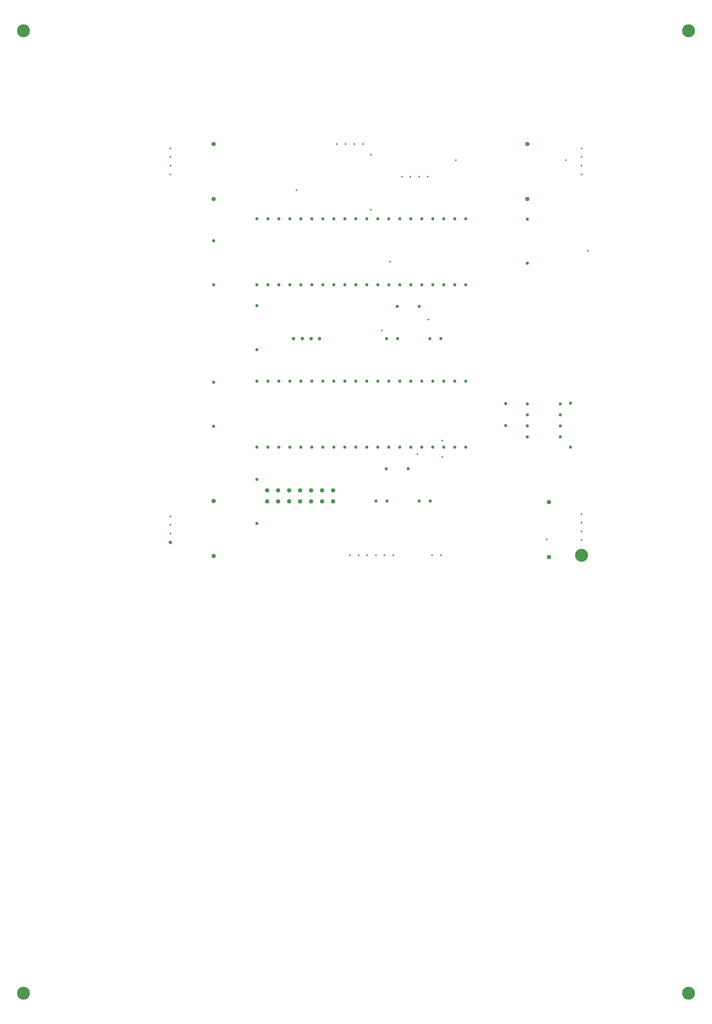
<source format=gbr>
G04 PROTEUS GERBER X2 FILE*
%TF.GenerationSoftware,Labcenter,Proteus,8.6-SP2-Build23525*%
%TF.CreationDate,2018-06-21T20:22:57+00:00*%
%TF.FileFunction,Plated,1,2,PTH*%
%TF.FilePolarity,Positive*%
%TF.Part,Single*%
%FSLAX45Y45*%
%MOMM*%
G01*
%TA.AperFunction,ViaDrill*%
%ADD44C,0.381000*%
%TA.AperFunction,MechanicalDrill*%
%ADD45C,3.000000*%
%TA.AperFunction,ComponentDrill*%
%ADD46C,0.762000*%
%TA.AperFunction,ComponentDrill*%
%ADD47C,1.016000*%
%TA.AperFunction,ComponentDrill*%
%ADD48C,0.381000*%
%ADD49C,0.812800*%
%TD.AperFunction*%
D44*
X+5397500Y+6032500D03*
X-1333500Y+7429500D03*
X+635000Y+4191000D03*
X+1460500Y+1333500D03*
X+1714500Y+4445000D03*
X+825500Y+5778500D03*
X+2032000Y+1270000D03*
X+2032000Y+1651000D03*
X+381000Y+8255000D03*
X+381000Y+6985000D03*
X+4889500Y+8128000D03*
X+4445000Y-635000D03*
X+2349500Y+8128000D03*
D45*
X+7724100Y+11114700D03*
X+5250000Y-1000000D03*
X-7642900Y+11114700D03*
X+7724100Y-11115300D03*
X-7642900Y-11115300D03*
D46*
X-2250000Y+5250000D03*
X-1996000Y+5250000D03*
X-1742000Y+5250000D03*
X-1488000Y+5250000D03*
X-1234000Y+5250000D03*
X-980000Y+5250000D03*
X-726000Y+5250000D03*
X-472000Y+5250000D03*
X-218000Y+5250000D03*
X+36000Y+5250000D03*
X+290000Y+5250000D03*
X+544000Y+5250000D03*
X+798000Y+5250000D03*
X+1052000Y+5250000D03*
X+1306000Y+5250000D03*
X+1560000Y+5250000D03*
X+1814000Y+5250000D03*
X+2068000Y+5250000D03*
X+2322000Y+5250000D03*
X+2576000Y+5250000D03*
X+2576000Y+6774000D03*
X+2322000Y+6774000D03*
X+2068000Y+6774000D03*
X+1814000Y+6774000D03*
X+1560000Y+6774000D03*
X+1306000Y+6774000D03*
X+1052000Y+6774000D03*
X+798000Y+6774000D03*
X+544000Y+6774000D03*
X+290000Y+6774000D03*
X+36000Y+6774000D03*
X-218000Y+6774000D03*
X-472000Y+6774000D03*
X-726000Y+6774000D03*
X-980000Y+6774000D03*
X-1234000Y+6774000D03*
X-1488000Y+6774000D03*
X-1742000Y+6774000D03*
X-1996000Y+6774000D03*
X-2250000Y+6774000D03*
X-2250000Y+1500000D03*
X-1996000Y+1500000D03*
X-1742000Y+1500000D03*
X-1488000Y+1500000D03*
X-1234000Y+1500000D03*
X-980000Y+1500000D03*
X-726000Y+1500000D03*
X-472000Y+1500000D03*
X-218000Y+1500000D03*
X+36000Y+1500000D03*
X+290000Y+1500000D03*
X+544000Y+1500000D03*
X+798000Y+1500000D03*
X+1052000Y+1500000D03*
X+1306000Y+1500000D03*
X+1560000Y+1500000D03*
X+1814000Y+1500000D03*
X+2068000Y+1500000D03*
X+2322000Y+1500000D03*
X+2576000Y+1500000D03*
X+2576000Y+3024000D03*
X+2322000Y+3024000D03*
X+2068000Y+3024000D03*
X+1814000Y+3024000D03*
X+1560000Y+3024000D03*
X+1306000Y+3024000D03*
X+1052000Y+3024000D03*
X+798000Y+3024000D03*
X+544000Y+3024000D03*
X+290000Y+3024000D03*
X+36000Y+3024000D03*
X-218000Y+3024000D03*
X-472000Y+3024000D03*
X-726000Y+3024000D03*
X-980000Y+3024000D03*
X-1234000Y+3024000D03*
X-1488000Y+3024000D03*
X-1742000Y+3024000D03*
X-1996000Y+3024000D03*
X-2250000Y+3024000D03*
X+750000Y+4000000D03*
X+1004000Y+4000000D03*
X+1750000Y+4000000D03*
X+2004000Y+4000000D03*
X+500000Y+250000D03*
X+754000Y+250000D03*
X+1500000Y+250000D03*
X+1754000Y+250000D03*
D47*
X+4000000Y+8500000D03*
X+4000000Y+7230000D03*
X-3250000Y+8500000D03*
X-3250000Y+7230000D03*
X+4500000Y+230000D03*
X+4500000Y-1040000D03*
X-3250000Y+250000D03*
X-3250000Y-1020000D03*
D48*
X+200000Y+8500000D03*
X+0Y+8500000D03*
X-200000Y+8500000D03*
X-400000Y+8500000D03*
X-4250000Y+7800000D03*
X-4250000Y+8000000D03*
X-4250000Y+8200000D03*
X-4250000Y+8400000D03*
X+5250000Y+7800000D03*
X+5250000Y+8000000D03*
X+5250000Y+8200000D03*
X+5250000Y+8400000D03*
X+5250000Y-650000D03*
X+5250000Y-450000D03*
X+5250000Y-250000D03*
X+5250000Y-50000D03*
D49*
X-4250000Y-700000D03*
D48*
X-4250000Y-500000D03*
X-4250000Y-300000D03*
X-4250000Y-100000D03*
D49*
X-800000Y+4000000D03*
X-1000000Y+4000000D03*
X-1200000Y+4000000D03*
X-1400000Y+4000000D03*
D48*
X+900000Y-1000000D03*
X+700000Y-1000000D03*
X+500000Y-1000000D03*
X+300000Y-1000000D03*
X+100000Y-1000000D03*
X-100000Y-1000000D03*
D46*
X-2250000Y+3750000D03*
X-2250000Y+4766000D03*
X-3250000Y+5250000D03*
X-3250000Y+6266000D03*
X+4000000Y+5750000D03*
X+4000000Y+6766000D03*
X+5000000Y+2516000D03*
X+5000000Y+1500000D03*
X-3250000Y+3000000D03*
X-3250000Y+1984000D03*
X-2250000Y+750000D03*
X-2250000Y-266000D03*
X+1500000Y+4750000D03*
X+992000Y+4750000D03*
X+1250000Y+1000000D03*
X+742000Y+1000000D03*
D48*
X+2000000Y-1000000D03*
X+1800000Y-1000000D03*
D47*
X-2016000Y+246000D03*
X-1762000Y+246000D03*
X-1508000Y+246000D03*
X-1254000Y+246000D03*
X-1000000Y+246000D03*
X-746000Y+246000D03*
X-492000Y+246000D03*
X-492000Y+500000D03*
X-746000Y+500000D03*
X-1000000Y+500000D03*
X-1254000Y+500000D03*
X-1508000Y+500000D03*
X-1762000Y+500000D03*
X-2016000Y+500000D03*
D46*
X+4000000Y+2500000D03*
X+4000000Y+2246000D03*
X+4000000Y+1992000D03*
X+4000000Y+1738000D03*
X+4762000Y+1738000D03*
X+4762000Y+1992000D03*
X+4762000Y+2246000D03*
X+4762000Y+2500000D03*
X+3500000Y+2000000D03*
X+3500000Y+2508000D03*
D48*
X+1700000Y+7750000D03*
X+1500000Y+7750000D03*
X+1300000Y+7750000D03*
X+1100000Y+7750000D03*
M02*

</source>
